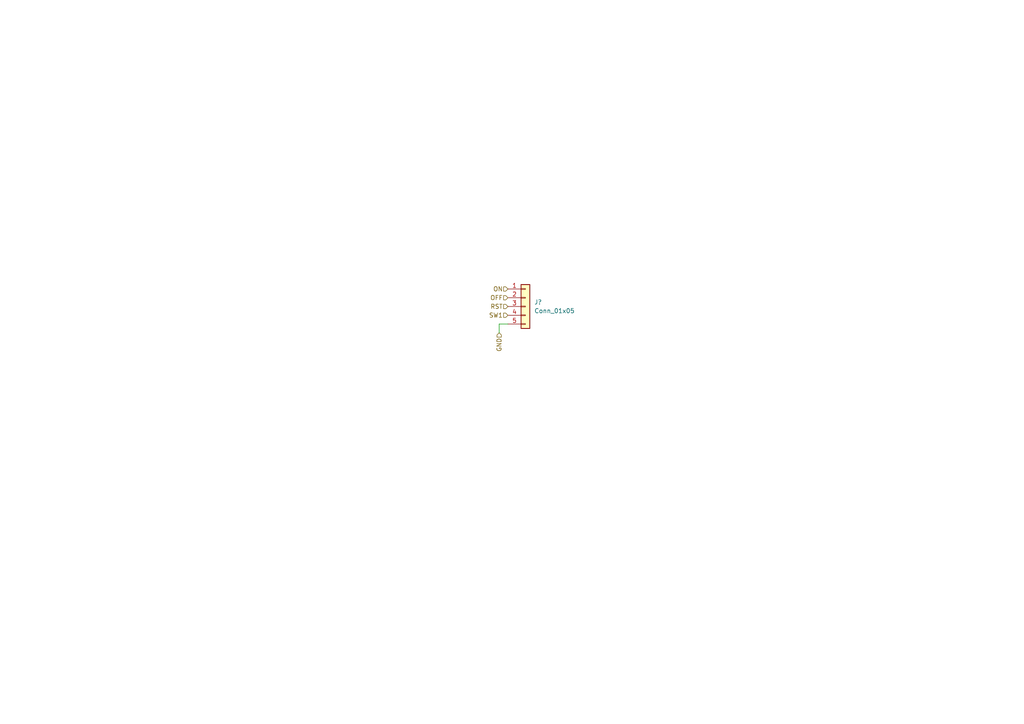
<source format=kicad_sch>
(kicad_sch (version 20211123) (generator eeschema)
  (paper "A4")
  (lib_symbols
    (symbol "Connector_Generic:Conn_01x05" (pin_names (offset 1.016) hide)
      (property "Reference" "J" (at 0 7.62 0))
      (property "Value" "Conn_01x05" (at 0 -7.62 0))
      (symbol "Conn_01x05_1_1"
        (rectangle (start -1.27 -4.953) (end 0 -5.207) (stroke (width 0.1524)))
        (rectangle (start -1.27 -2.413) (end 0 -2.667) (stroke (width 0.1524)))
        (rectangle (start -1.27 0.127) (end 0 -0.127) (stroke (width 0.1524)))
        (rectangle (start -1.27 2.667) (end 0 2.413) (stroke (width 0.1524)))
        (rectangle (start -1.27 5.207) (end 0 4.953) (stroke (width 0.1524)))
        (rectangle (start -1.27 6.35) (end 1.27 -6.35) (stroke (width 0.254)) (fill (type background)))
        (pin passive line (at -5.08 5.08 0) (length 3.81) (name "Pin_1") (number "1"))
        (pin passive line (at -5.08 2.54 0) (length 3.81) (name "Pin_2") (number "2"))
        (pin passive line (at -5.08 0 0) (length 3.81) (name "Pin_3") (number "3"))
        (pin passive line (at -5.08 -2.54 0) (length 3.81) (name "Pin_4") (number "4"))
        (pin passive line (at -5.08 -5.08 0) (length 3.81) (name "Pin_5") (number "5"))
      )
    )
  )
  (wire (pts (xy 144.78 96.52) (xy 144.78 93.98)))
  (wire (pts (xy 144.78 93.98) (xy 147.32 93.98)))
  (hierarchical_label "RST" (shape input) (at 147.32 88.9 180))
  (hierarchical_label "SW1" (shape input) (at 147.32 91.44 180))
  (hierarchical_label "GND" (shape input) (at 144.78 96.52 270))
  (hierarchical_label "ON" (shape input) (at 147.32 83.82 180))
  (hierarchical_label "OFF" (shape input) (at 147.32 86.36 180))
  (symbol (lib_id "Connector_Generic:Conn_01x05") (at 152.4 88.9 0) (unit 1)
    (property "Reference" "J?" (at 154.94 87.6299 0) (effects (justify left)))
    (property "Value" "Conn_01x05" (at 154.94 90.1699 0) (effects (justify left)))
  )
)
</source>
